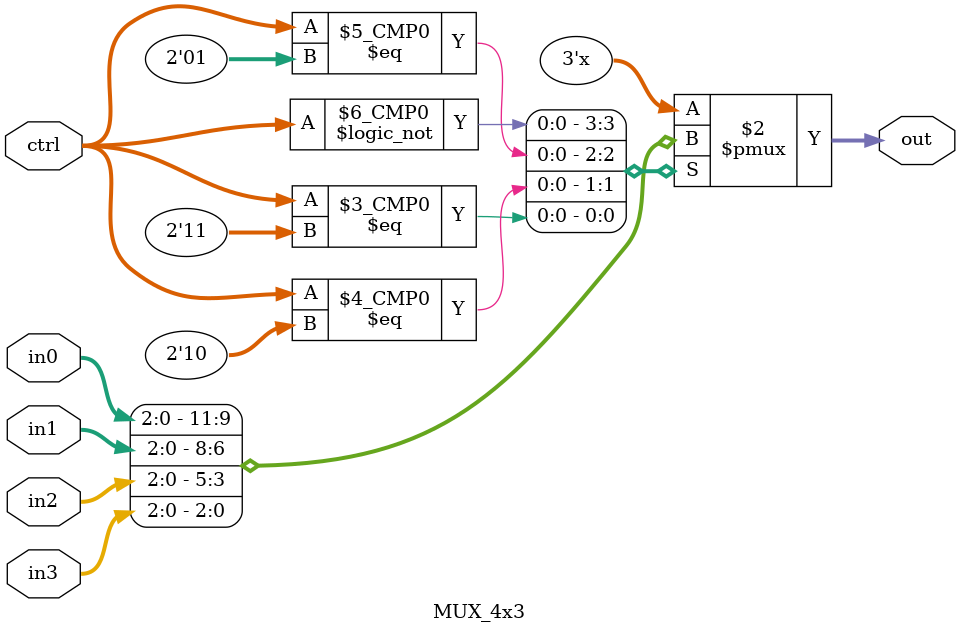
<source format=v>
module MUX_4x3(
    output reg [2:0] out,
    input [2:0] in0,
    input [2:0] in1,
    input [2:0] in2,
    input [2:0] in3,
    input [1:0] ctrl
);

always @(*) begin
    case (ctrl)
        2'b00: out = in0;
        2'b01: out = in1;
        2'b10: out = in2;
        2'b11: out = in3;
        default: out = 3'bz;
    endcase
end

endmodule

</source>
